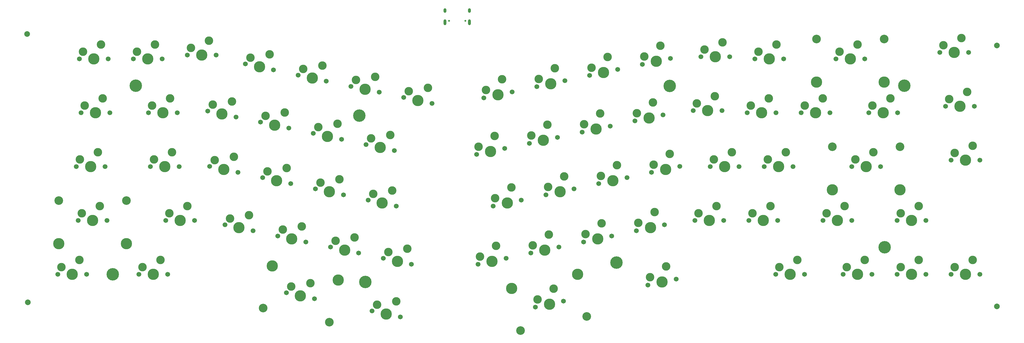
<source format=gbr>
%TF.GenerationSoftware,KiCad,Pcbnew,(6.0.9)*%
%TF.CreationDate,2023-01-04T06:44:43+09:00*%
%TF.ProjectId,Skeleton68rev2,536b656c-6574-46f6-9e36-38726576322e,rev?*%
%TF.SameCoordinates,Original*%
%TF.FileFunction,Soldermask,Top*%
%TF.FilePolarity,Negative*%
%FSLAX46Y46*%
G04 Gerber Fmt 4.6, Leading zero omitted, Abs format (unit mm)*
G04 Created by KiCad (PCBNEW (6.0.9)) date 2023-01-04 06:44:43*
%MOMM*%
%LPD*%
G01*
G04 APERTURE LIST*
%ADD10C,4.400000*%
%ADD11C,0.700000*%
%ADD12C,2.000000*%
%ADD13C,3.000000*%
%ADD14C,3.987800*%
%ADD15C,1.701800*%
%ADD16C,3.048000*%
%ADD17C,0.650000*%
%ADD18O,1.000000X2.100000*%
%ADD19O,1.000000X1.600000*%
G04 APERTURE END LIST*
D10*
%TO.C,H6*%
X225315600Y-107635100D03*
D11*
X226965600Y-107635100D03*
X225315600Y-109285100D03*
X226482326Y-106468374D03*
X225315600Y-105985100D03*
X226482326Y-108801826D03*
X223665600Y-107635100D03*
X224148874Y-106468374D03*
X224148874Y-108801826D03*
%TD*%
%TO.C,H4*%
X136689200Y-112916400D03*
X135522474Y-113399674D03*
X138339200Y-114566400D03*
X136689200Y-116216400D03*
X137855926Y-113399674D03*
X135522474Y-115733126D03*
D10*
X136689200Y-114566400D03*
D11*
X135039200Y-114566400D03*
X137855926Y-115733126D03*
%TD*%
%TO.C,H1*%
X55684200Y-43477000D03*
X57334200Y-45127000D03*
X56850926Y-46293726D03*
X54517474Y-46293726D03*
X54517474Y-43960274D03*
D10*
X55684200Y-45127000D03*
D11*
X54034200Y-45127000D03*
X55684200Y-46777000D03*
X56850926Y-43960274D03*
%TD*%
%TO.C,H7*%
X325250900Y-45127000D03*
X326900900Y-43477000D03*
X328550900Y-45127000D03*
D10*
X326900900Y-45127000D03*
D11*
X328067626Y-46293726D03*
X326900900Y-46777000D03*
X325734174Y-46293726D03*
X325734174Y-43960274D03*
X328067626Y-43960274D03*
%TD*%
D12*
%TO.C,FID3*%
X359570000Y-30870000D03*
%TD*%
%TO.C,FID2*%
X17330000Y-26810000D03*
%TD*%
D11*
%TO.C,H3*%
X132946100Y-55694700D03*
X135762826Y-54527974D03*
X133429374Y-54527974D03*
X135762826Y-56861426D03*
X133429374Y-56861426D03*
X134596100Y-54044700D03*
X136246100Y-55694700D03*
X134596100Y-57344700D03*
D10*
X134596100Y-55694700D03*
%TD*%
D12*
%TO.C,FID1*%
X17540000Y-121740000D03*
%TD*%
D11*
%TO.C,H5*%
X245776800Y-45209900D03*
X242476800Y-45209900D03*
X242960074Y-46376626D03*
D10*
X244126800Y-45209900D03*
D11*
X244126800Y-43559900D03*
X245293526Y-46376626D03*
X244126800Y-46859900D03*
X245293526Y-44043174D03*
X242960074Y-44043174D03*
%TD*%
D12*
%TO.C,FID4*%
X359570000Y-123160000D03*
%TD*%
D11*
%TO.C,H8*%
X318791974Y-101110274D03*
X319958700Y-100627000D03*
X321125426Y-101110274D03*
X318791974Y-103443726D03*
X318308700Y-102277000D03*
D10*
X319958700Y-102277000D03*
D11*
X319958700Y-103927000D03*
X321608700Y-102277000D03*
X321125426Y-103443726D03*
%TD*%
%TO.C,H2*%
X48703826Y-110635274D03*
X46370374Y-110635274D03*
X49187100Y-111802000D03*
X45887100Y-111802000D03*
X47537100Y-110152000D03*
D10*
X47537100Y-111802000D03*
D11*
X46370374Y-112968726D03*
X47537100Y-113452000D03*
X48703826Y-112968726D03*
%TD*%
D13*
%TO.C,SW35*%
X120797953Y-79378462D03*
D14*
X123996600Y-82655100D03*
D15*
X119027610Y-81598909D03*
X128965590Y-83711291D03*
D13*
X127537286Y-78214206D03*
%TD*%
D14*
%TO.C,SW41*%
X263488900Y-73702000D03*
D15*
X268568900Y-73702000D03*
D13*
X259678900Y-71162000D03*
D15*
X258408900Y-73702000D03*
D13*
X266028900Y-68622000D03*
%TD*%
D14*
%TO.C,SW55*%
X258046200Y-92752000D03*
D13*
X260586200Y-87672000D03*
D15*
X263126200Y-92752000D03*
X252966200Y-92752000D03*
D13*
X254236200Y-90212000D03*
%TD*%
%TO.C,SW24*%
X219584904Y-54970714D03*
D15*
X213187610Y-61523991D03*
X223125590Y-59411609D03*
D14*
X218156600Y-60467800D03*
D13*
X213901762Y-58775449D03*
%TD*%
D15*
%TO.C,SW8*%
X188471490Y-47302009D03*
X178533510Y-49414391D03*
D13*
X179247662Y-46665849D03*
X184930804Y-42861114D03*
D14*
X183502500Y-48358200D03*
%TD*%
D15*
%TO.C,SW53*%
X213707810Y-100364591D03*
X223645790Y-98252209D03*
D14*
X218676800Y-99308400D03*
D13*
X214421962Y-97616049D03*
X220105104Y-93811314D03*
%TD*%
D15*
%TO.C,SW68*%
X353613700Y-111802000D03*
X343453700Y-111802000D03*
D14*
X348533700Y-111802000D03*
D13*
X344723700Y-109262000D03*
X351073700Y-106722000D03*
%TD*%
%TO.C,SW15*%
X347065000Y-28295000D03*
D14*
X344525000Y-33375000D03*
D13*
X340715000Y-30835000D03*
D15*
X339445000Y-33375000D03*
X349605000Y-33375000D03*
%TD*%
D14*
%TO.C,SW63*%
X211635415Y-111841342D03*
D16*
X191449737Y-131712411D03*
D15*
X196705610Y-123454191D03*
X206643590Y-121341809D03*
D16*
X214803989Y-126748311D03*
D13*
X197419762Y-120705649D03*
X203102904Y-116900914D03*
D14*
X201674600Y-122398000D03*
X188281163Y-116805441D03*
%TD*%
D15*
%TO.C,SW44*%
X353605000Y-71475000D03*
X343445000Y-71475000D03*
D13*
X351065000Y-66395000D03*
D14*
X348525000Y-71475000D03*
D13*
X344715000Y-68935000D03*
%TD*%
%TO.C,SW60*%
X64364600Y-106722000D03*
X58014600Y-109262000D03*
D15*
X66904600Y-111802000D03*
D14*
X61824600Y-111802000D03*
D15*
X56744600Y-111802000D03*
%TD*%
D13*
%TO.C,SW48*%
X114259686Y-94867506D03*
D14*
X110719000Y-99308400D03*
D15*
X105750010Y-98252209D03*
X115687990Y-100364591D03*
D13*
X107520353Y-96031762D03*
%TD*%
D15*
%TO.C,SW56*%
X282176200Y-92752000D03*
D13*
X273286200Y-90212000D03*
D15*
X272016200Y-92752000D03*
D14*
X277096200Y-92752000D03*
D13*
X279636200Y-87672000D03*
%TD*%
D15*
%TO.C,SW32*%
X70986900Y-73702000D03*
X60826900Y-73702000D03*
D13*
X68446900Y-68622000D03*
D14*
X65906900Y-73702000D03*
D13*
X62096900Y-71162000D03*
%TD*%
D15*
%TO.C,SW65*%
X281541200Y-111802000D03*
D13*
X282811200Y-109262000D03*
D14*
X286621200Y-111802000D03*
D13*
X289161200Y-106722000D03*
D15*
X291701200Y-111802000D03*
%TD*%
D13*
%TO.C,SW6*%
X140117086Y-41936906D03*
X133377753Y-43101162D03*
D15*
X131607410Y-45321609D03*
D14*
X136576400Y-46377800D03*
D15*
X141545390Y-47433991D03*
%TD*%
%TO.C,SW38*%
X200430310Y-83711291D03*
D13*
X206827604Y-77158014D03*
X201144462Y-80962749D03*
D15*
X210368290Y-81598909D03*
D14*
X205399300Y-82655100D03*
%TD*%
D13*
%TO.C,SW27*%
X279115900Y-49572000D03*
D14*
X276575900Y-54652000D03*
D15*
X281655900Y-54652000D03*
D13*
X272765900Y-52112000D03*
D15*
X271495900Y-54652000D03*
%TD*%
D14*
%TO.C,SW43*%
X313495100Y-73702000D03*
D16*
X325433100Y-66717000D03*
D13*
X309685100Y-71162000D03*
D15*
X308415100Y-73702000D03*
D16*
X301557100Y-66717000D03*
D14*
X325433100Y-81957000D03*
D15*
X318575100Y-73702000D03*
D14*
X301557100Y-81957000D03*
D13*
X316035100Y-68622000D03*
%TD*%
D15*
%TO.C,SW1*%
X45887700Y-35602000D03*
D13*
X43347700Y-30522000D03*
D14*
X40807700Y-35602000D03*
D13*
X36997700Y-33062000D03*
D15*
X35727700Y-35602000D03*
%TD*%
D13*
%TO.C,SW34*%
X102164153Y-75417762D03*
D15*
X100393810Y-77638209D03*
X110331790Y-79750591D03*
D13*
X108903486Y-74253506D03*
D14*
X105362800Y-78694400D03*
%TD*%
D13*
%TO.C,SW7*%
X158750786Y-45897706D03*
D15*
X160179090Y-51394791D03*
D14*
X155210100Y-50338600D03*
D15*
X150241110Y-49282409D03*
D13*
X152011453Y-47061962D03*
%TD*%
%TO.C,SW25*%
X238218604Y-51010014D03*
D14*
X236790300Y-56507100D03*
D15*
X241759290Y-55450909D03*
D13*
X232535462Y-54814749D03*
D15*
X231821310Y-57563291D03*
%TD*%
%TO.C,SW67*%
X324403700Y-111802000D03*
D13*
X325673700Y-109262000D03*
D14*
X329483700Y-111802000D03*
D15*
X334563700Y-111802000D03*
D13*
X332023700Y-106722000D03*
%TD*%
%TO.C,SW14*%
X304040900Y-33062000D03*
D16*
X319788900Y-28617000D03*
D14*
X319788900Y-43857000D03*
X295912900Y-43857000D03*
D15*
X302770900Y-35602000D03*
D13*
X310390900Y-30522000D03*
D15*
X312930900Y-35602000D03*
D16*
X295912900Y-28617000D03*
D14*
X307850900Y-35602000D03*
%TD*%
%TO.C,SW18*%
X86031400Y-55109800D03*
D13*
X82832753Y-51833162D03*
D15*
X91000390Y-56165991D03*
D13*
X89572086Y-50668906D03*
D15*
X81062410Y-54053609D03*
%TD*%
D13*
%TO.C,SW10*%
X216515162Y-38744449D03*
X222198304Y-34939714D03*
D15*
X215801010Y-41492991D03*
D14*
X220770000Y-40436800D03*
D15*
X225738990Y-39380609D03*
%TD*%
%TO.C,SW16*%
X46476700Y-54652000D03*
D13*
X37586700Y-52112000D03*
D14*
X41396700Y-54652000D03*
D15*
X36316700Y-54652000D03*
D13*
X43936700Y-49572000D03*
%TD*%
D15*
%TO.C,SW11*%
X234434710Y-37532191D03*
D13*
X235148862Y-34783649D03*
X240832004Y-30978914D03*
D14*
X239403700Y-36476000D03*
D15*
X244372690Y-35419809D03*
%TD*%
%TO.C,SW51*%
X186378390Y-106173709D03*
D13*
X177154562Y-105537549D03*
D14*
X181409400Y-107229900D03*
D13*
X182837704Y-101732814D03*
D15*
X176440410Y-108286091D03*
%TD*%
%TO.C,SW4*%
X104277990Y-39512591D03*
D13*
X96110353Y-35179762D03*
X102849686Y-34015506D03*
D14*
X99309000Y-38456400D03*
D15*
X94340010Y-37400209D03*
%TD*%
D13*
%TO.C,SW22*%
X176634262Y-66696949D03*
D14*
X180889100Y-68389300D03*
D15*
X185858090Y-67333109D03*
D13*
X182317404Y-62892214D03*
D15*
X175920110Y-69445491D03*
%TD*%
D13*
%TO.C,SW54*%
X238738804Y-89850614D03*
X233055662Y-93655349D03*
D15*
X242279490Y-94291509D03*
X232341510Y-96403891D03*
D14*
X237310500Y-95347700D03*
%TD*%
D13*
%TO.C,SW12*%
X262765900Y-29781400D03*
X256415900Y-32321400D03*
D14*
X260225900Y-34861400D03*
D15*
X255145900Y-34861400D03*
X265305900Y-34861400D03*
%TD*%
D13*
%TO.C,SW26*%
X253715900Y-51371400D03*
D15*
X262605900Y-53911400D03*
D13*
X260065900Y-48831400D03*
D14*
X257525900Y-53911400D03*
D15*
X252445900Y-53911400D03*
%TD*%
D13*
%TO.C,SW31*%
X42253200Y-68622000D03*
D15*
X44793200Y-73702000D03*
D13*
X35903200Y-71162000D03*
D15*
X34633200Y-73702000D03*
D14*
X39713200Y-73702000D03*
%TD*%
D15*
%TO.C,SW21*%
X146901590Y-68048091D03*
D14*
X141932600Y-66991900D03*
D13*
X145473286Y-62551006D03*
X138733953Y-63715262D03*
D15*
X136963610Y-65935709D03*
%TD*%
D14*
%TO.C,SW28*%
X295625900Y-54652000D03*
D15*
X290545900Y-54652000D03*
D13*
X298165900Y-49572000D03*
X291815900Y-52112000D03*
D15*
X300705900Y-54652000D03*
%TD*%
%TO.C,SW36*%
X137661310Y-85559609D03*
D14*
X142630300Y-86615800D03*
D13*
X146170986Y-82174906D03*
X139431653Y-83339162D03*
D15*
X147599290Y-87671991D03*
%TD*%
D13*
%TO.C,SW29*%
X315628400Y-52112000D03*
X321978400Y-49572000D03*
D15*
X324518400Y-54652000D03*
X314358400Y-54652000D03*
D14*
X319438400Y-54652000D03*
%TD*%
D15*
%TO.C,SW37*%
X181796510Y-87671991D03*
X191734490Y-85559609D03*
D13*
X182510662Y-84923449D03*
D14*
X186765500Y-86615800D03*
D13*
X188193804Y-81118714D03*
%TD*%
D14*
%TO.C,SW17*%
X65209200Y-54652000D03*
D15*
X60129200Y-54652000D03*
D13*
X61399200Y-52112000D03*
X67749200Y-49572000D03*
D15*
X70289200Y-54652000D03*
%TD*%
D14*
%TO.C,SW62*%
X144025700Y-125863600D03*
D13*
X147566386Y-121422706D03*
X140827053Y-122586962D03*
D15*
X148994690Y-126919791D03*
X139056710Y-124807409D03*
%TD*%
D14*
%TO.C,SW46*%
X71349600Y-92752000D03*
D15*
X76429600Y-92752000D03*
D13*
X73889600Y-87672000D03*
X67539600Y-90212000D03*
D15*
X66269600Y-92752000D03*
%TD*%
%TO.C,SW33*%
X91698090Y-75789791D03*
X81760110Y-73677409D03*
D13*
X83530453Y-71456962D03*
D14*
X86729100Y-74733600D03*
D13*
X90269786Y-70292706D03*
%TD*%
D15*
%TO.C,SW57*%
X298210000Y-92752000D03*
D14*
X303290000Y-92752000D03*
D13*
X305830000Y-87672000D03*
X299480000Y-90212000D03*
D15*
X308370000Y-92752000D03*
%TD*%
D14*
%TO.C,SW45*%
X52331400Y-101007000D03*
D13*
X36583400Y-90212000D03*
D16*
X52331400Y-85767000D03*
D15*
X45473400Y-92752000D03*
X35313400Y-92752000D03*
D13*
X42933400Y-87672000D03*
D14*
X28455400Y-101007000D03*
D16*
X28455400Y-85767000D03*
D14*
X40393400Y-92752000D03*
%TD*%
D13*
%TO.C,SW49*%
X126154053Y-99992562D03*
D15*
X124383710Y-102213009D03*
D13*
X132893386Y-98828306D03*
D14*
X129352700Y-103269200D03*
D15*
X134321690Y-104325391D03*
%TD*%
D13*
%TO.C,SW30*%
X342715000Y-49885000D03*
D15*
X341445000Y-52425000D03*
D14*
X346525000Y-52425000D03*
D13*
X349065000Y-47345000D03*
D15*
X351605000Y-52425000D03*
%TD*%
D13*
%TO.C,SW64*%
X237140362Y-112872049D03*
D14*
X241395200Y-114564400D03*
D15*
X236426210Y-115620591D03*
X246364190Y-113508209D03*
D13*
X242823504Y-109067314D03*
%TD*%
D15*
%TO.C,SW66*%
X305353700Y-111802000D03*
D13*
X306623700Y-109262000D03*
D14*
X310433700Y-111802000D03*
D13*
X312973700Y-106722000D03*
D15*
X315513700Y-111802000D03*
%TD*%
%TO.C,SW59*%
X28169600Y-111802000D03*
D14*
X33249600Y-111802000D03*
D13*
X35789600Y-106722000D03*
D15*
X38329600Y-111802000D03*
D13*
X29439600Y-109262000D03*
%TD*%
D15*
%TO.C,SW50*%
X152955390Y-108286091D03*
D13*
X151527086Y-102789006D03*
X144787753Y-103953262D03*
D14*
X147986400Y-107229900D03*
D15*
X143017410Y-106173709D03*
%TD*%
D13*
%TO.C,SW52*%
X201471404Y-97772114D03*
D15*
X195074110Y-104325391D03*
D13*
X195788262Y-101576849D03*
D14*
X200043100Y-103269200D03*
D15*
X205012090Y-102213009D03*
%TD*%
D13*
%TO.C,SW42*%
X278728900Y-71162000D03*
D15*
X277458900Y-73702000D03*
D14*
X282538900Y-73702000D03*
D15*
X287618900Y-73702000D03*
D13*
X285078900Y-68622000D03*
%TD*%
D15*
%TO.C,SW58*%
X334563700Y-92752000D03*
D14*
X329483700Y-92752000D03*
D13*
X325673700Y-90212000D03*
D15*
X324403700Y-92752000D03*
D13*
X332023700Y-87672000D03*
%TD*%
D15*
%TO.C,SW9*%
X207105190Y-43341309D03*
X197167210Y-45453691D03*
D13*
X203564504Y-38900414D03*
D14*
X202136200Y-44397500D03*
D13*
X197881362Y-42705149D03*
%TD*%
D17*
%TO.C,J1*%
X171970000Y-22160000D03*
X166190000Y-22160000D03*
D18*
X173400000Y-22690000D03*
D19*
X164760000Y-18510000D03*
D18*
X164760000Y-22690000D03*
D19*
X173400000Y-18510000D03*
%TD*%
D15*
%TO.C,SW19*%
X109634090Y-60126691D03*
D14*
X104665100Y-59070500D03*
D15*
X99696110Y-58014309D03*
D13*
X101466453Y-55793862D03*
X108205786Y-54629606D03*
%TD*%
D14*
%TO.C,SW13*%
X279275900Y-35602000D03*
D13*
X281815900Y-30522000D03*
D15*
X284355900Y-35602000D03*
X274195900Y-35602000D03*
D13*
X275465900Y-33062000D03*
%TD*%
%TO.C,SW23*%
X195268062Y-62736249D03*
D15*
X204491890Y-63372409D03*
D14*
X199522900Y-64428600D03*
D15*
X194553910Y-65484791D03*
D13*
X200951204Y-58931514D03*
%TD*%
%TO.C,SW47*%
X95625986Y-90906806D03*
X88886653Y-92071062D03*
D15*
X97054290Y-96403891D03*
D14*
X92085300Y-95347700D03*
D15*
X87116310Y-94291509D03*
%TD*%
%TO.C,SW2*%
X64937700Y-35602000D03*
D14*
X59857700Y-35602000D03*
D13*
X62397700Y-30522000D03*
X56047700Y-33062000D03*
D15*
X54777700Y-35602000D03*
%TD*%
D13*
%TO.C,SW40*%
X238411862Y-73041249D03*
D15*
X237697710Y-75789791D03*
D13*
X244095004Y-69236514D03*
D14*
X242666700Y-74733600D03*
D15*
X247635690Y-73677409D03*
%TD*%
%TO.C,SW39*%
X219064010Y-79750591D03*
X229001990Y-77638209D03*
D13*
X219778162Y-77002049D03*
X225461304Y-73197314D03*
D14*
X224033000Y-78694400D03*
%TD*%
D15*
%TO.C,SW3*%
X73827700Y-34287500D03*
X83987700Y-34287500D03*
D13*
X75097700Y-31747500D03*
D14*
X78907700Y-34287500D03*
D13*
X81447700Y-29207500D03*
%TD*%
D15*
%TO.C,SW5*%
X112973710Y-41360909D03*
D13*
X114744053Y-39140462D03*
X121483386Y-37976206D03*
D15*
X122911690Y-43473291D03*
D14*
X117942700Y-42417100D03*
%TD*%
D13*
%TO.C,SW20*%
X120100253Y-59754562D03*
D15*
X118329910Y-61975009D03*
D13*
X126839586Y-58590306D03*
D14*
X123298900Y-63031200D03*
D15*
X128267890Y-64087391D03*
%TD*%
D14*
%TO.C,SW61*%
X113745900Y-119427400D03*
D15*
X108776910Y-118371209D03*
D13*
X110547253Y-116150762D03*
X117286586Y-114986506D03*
D16*
X123970763Y-128741811D03*
D14*
X127139337Y-113834841D03*
X103785085Y-108870742D03*
D15*
X118714890Y-120483591D03*
D16*
X100616511Y-123777711D03*
%TD*%
M02*

</source>
